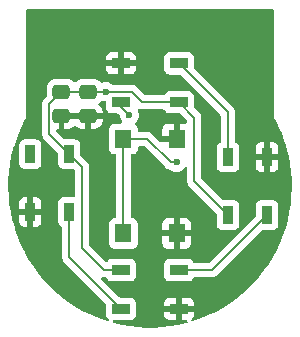
<source format=gtl>
G04 #@! TF.GenerationSoftware,KiCad,Pcbnew,8.0.2-1*
G04 #@! TF.CreationDate,2024-11-27T21:54:45+07:00*
G04 #@! TF.ProjectId,v1,76312e6b-6963-4616-945f-706362585858,rev?*
G04 #@! TF.SameCoordinates,Original*
G04 #@! TF.FileFunction,Copper,L1,Top*
G04 #@! TF.FilePolarity,Positive*
%FSLAX46Y46*%
G04 Gerber Fmt 4.6, Leading zero omitted, Abs format (unit mm)*
G04 Created by KiCad (PCBNEW 8.0.2-1) date 2024-11-27 21:54:45*
%MOMM*%
%LPD*%
G01*
G04 APERTURE LIST*
G04 Aperture macros list*
%AMRoundRect*
0 Rectangle with rounded corners*
0 $1 Rounding radius*
0 $2 $3 $4 $5 $6 $7 $8 $9 X,Y pos of 4 corners*
0 Add a 4 corners polygon primitive as box body*
4,1,4,$2,$3,$4,$5,$6,$7,$8,$9,$2,$3,0*
0 Add four circle primitives for the rounded corners*
1,1,$1+$1,$2,$3*
1,1,$1+$1,$4,$5*
1,1,$1+$1,$6,$7*
1,1,$1+$1,$8,$9*
0 Add four rect primitives between the rounded corners*
20,1,$1+$1,$2,$3,$4,$5,0*
20,1,$1+$1,$4,$5,$6,$7,0*
20,1,$1+$1,$6,$7,$8,$9,0*
20,1,$1+$1,$8,$9,$2,$3,0*%
G04 Aperture macros list end*
G04 #@! TA.AperFunction,SMDPad,CuDef*
%ADD10R,1.400000X1.600000*%
G04 #@! TD*
G04 #@! TA.AperFunction,SMDPad,CuDef*
%ADD11R,0.900000X1.500000*%
G04 #@! TD*
G04 #@! TA.AperFunction,SMDPad,CuDef*
%ADD12R,1.500000X0.900000*%
G04 #@! TD*
G04 #@! TA.AperFunction,SMDPad,CuDef*
%ADD13RoundRect,0.250000X-0.475000X0.337500X-0.475000X-0.337500X0.475000X-0.337500X0.475000X0.337500X0*%
G04 #@! TD*
G04 #@! TA.AperFunction,ViaPad*
%ADD14C,0.600000*%
G04 #@! TD*
G04 #@! TA.AperFunction,Conductor*
%ADD15C,0.200000*%
G04 #@! TD*
G04 APERTURE END LIST*
D10*
X145500000Y-93250000D03*
X145500000Y-101250000D03*
X141000000Y-93250000D03*
X141000000Y-101250000D03*
D11*
X136400000Y-94550000D03*
X133100000Y-94550000D03*
X133100000Y-99450000D03*
X136400000Y-99450000D03*
D12*
X140800000Y-104350000D03*
X140800000Y-107650000D03*
X145700000Y-107650000D03*
X145700000Y-104350000D03*
D11*
X149850000Y-94800000D03*
X153150000Y-94800000D03*
X153150000Y-99700000D03*
X149850000Y-99700000D03*
D12*
X145700000Y-90150000D03*
X145700000Y-86850000D03*
X140800000Y-86850000D03*
X140800000Y-90150000D03*
D13*
X135750000Y-91325000D03*
X135750000Y-89250000D03*
X138000000Y-91325000D03*
X138000000Y-89250000D03*
D14*
X144250000Y-91500000D03*
X154250000Y-97500000D03*
X131750000Y-97250000D03*
X148250000Y-106750000D03*
X147750000Y-101250000D03*
X139000000Y-98500000D03*
X140750000Y-85000000D03*
X135000000Y-86000000D03*
X139500000Y-89250000D03*
X145500000Y-95250000D03*
X141500000Y-91250000D03*
D15*
X138000000Y-89250000D02*
X139500000Y-89250000D01*
X139500000Y-89250000D02*
X141700000Y-89250000D01*
X145000000Y-95250000D02*
X145500000Y-95250000D01*
X141000000Y-93250000D02*
X143000000Y-93250000D01*
X143000000Y-93250000D02*
X145000000Y-95250000D01*
X141000000Y-101250000D02*
X141000000Y-93250000D01*
X140800000Y-90550000D02*
X141500000Y-91250000D01*
X140800000Y-90150000D02*
X140800000Y-90550000D01*
X137500000Y-95650000D02*
X137500000Y-102500000D01*
X136400000Y-94550000D02*
X137500000Y-95650000D01*
X137500000Y-102500000D02*
X139350000Y-104350000D01*
X139350000Y-104350000D02*
X140800000Y-104350000D01*
X149850000Y-94800000D02*
X149850000Y-91000000D01*
X149850000Y-91000000D02*
X145700000Y-86850000D01*
X153150000Y-99700000D02*
X148500000Y-104350000D01*
X148500000Y-104350000D02*
X145700000Y-104350000D01*
X136400000Y-99450000D02*
X136400000Y-103250000D01*
X136400000Y-103250000D02*
X140800000Y-107650000D01*
X135750000Y-89250000D02*
X134725000Y-90275000D01*
X134725000Y-92875000D02*
X136400000Y-94550000D01*
X134725000Y-90275000D02*
X134725000Y-92875000D01*
X145700000Y-90150000D02*
X147000000Y-91450000D01*
X147000000Y-91450000D02*
X147000000Y-96850000D01*
X147000000Y-96850000D02*
X149850000Y-99700000D01*
X141700000Y-89250000D02*
X142600000Y-90150000D01*
X142600000Y-90150000D02*
X145700000Y-90150000D01*
X135750000Y-89250000D02*
X138000000Y-89250000D01*
X138000000Y-89250000D02*
X138000000Y-89037500D01*
G04 #@! TA.AperFunction,Conductor*
G36*
X153692539Y-82270185D02*
G01*
X153738294Y-82322989D01*
X153749500Y-82374500D01*
X153749500Y-91303878D01*
X153749449Y-91307432D01*
X153747817Y-91364349D01*
X153748555Y-91371549D01*
X153749500Y-91378725D01*
X153764237Y-91433725D01*
X153765107Y-91437168D01*
X153778263Y-91492571D01*
X153780852Y-91499368D01*
X153783606Y-91506017D01*
X153809421Y-91550728D01*
X153812777Y-91556942D01*
X153910077Y-91750097D01*
X154082716Y-92092812D01*
X154113467Y-92153856D01*
X154116442Y-92160203D01*
X154275229Y-92525500D01*
X154384333Y-92776499D01*
X154386947Y-92783011D01*
X154619550Y-93413477D01*
X154621792Y-93420126D01*
X154723348Y-93752128D01*
X154799819Y-94002127D01*
X154818365Y-94062755D01*
X154820224Y-94069515D01*
X154841776Y-94157483D01*
X154980124Y-94722199D01*
X154981601Y-94729059D01*
X155104333Y-95389788D01*
X155105418Y-95396720D01*
X155190575Y-96063295D01*
X155191267Y-96070278D01*
X155238583Y-96740613D01*
X155238879Y-96747624D01*
X155248202Y-97419564D01*
X155248101Y-97426580D01*
X155219399Y-98097979D01*
X155218901Y-98104978D01*
X155152270Y-98773669D01*
X155151377Y-98780629D01*
X155047027Y-99444479D01*
X155045742Y-99451377D01*
X154904006Y-100108278D01*
X154902332Y-100115093D01*
X154723669Y-100762906D01*
X154721613Y-100769614D01*
X154506594Y-101406283D01*
X154504162Y-101412865D01*
X154253468Y-102036367D01*
X154250667Y-102042801D01*
X153965111Y-102651111D01*
X153961950Y-102657376D01*
X153642432Y-103248577D01*
X153638923Y-103254653D01*
X153286486Y-103826819D01*
X153282638Y-103832687D01*
X152898404Y-104383995D01*
X152894231Y-104389636D01*
X152479417Y-104918341D01*
X152474931Y-104923737D01*
X152030874Y-105428132D01*
X152026090Y-105433265D01*
X151554231Y-105911717D01*
X151549165Y-105916571D01*
X151050973Y-106367588D01*
X151045640Y-106372149D01*
X150522741Y-106794258D01*
X150517158Y-106798509D01*
X149971236Y-107190352D01*
X149965422Y-107194281D01*
X149398186Y-107554631D01*
X149392159Y-107558224D01*
X148805472Y-107885898D01*
X148799252Y-107889145D01*
X148194955Y-108183116D01*
X148188561Y-108186006D01*
X147568589Y-108445329D01*
X147562041Y-108447852D01*
X146928422Y-108671682D01*
X146921746Y-108673830D01*
X146916238Y-108675432D01*
X146846368Y-108675242D01*
X146787693Y-108637308D01*
X146758841Y-108573674D01*
X146768972Y-108504543D01*
X146801612Y-108464154D01*
X146800918Y-108463460D01*
X146807190Y-108457187D01*
X146893350Y-108342093D01*
X146893354Y-108342086D01*
X146943596Y-108207379D01*
X146943598Y-108207372D01*
X146949999Y-108147844D01*
X146950000Y-108147827D01*
X146950000Y-107900000D01*
X145950000Y-107900000D01*
X145950000Y-108600000D01*
X146305114Y-108600000D01*
X146372153Y-108619685D01*
X146417908Y-108672489D01*
X146427852Y-108741647D01*
X146398827Y-108805203D01*
X146340049Y-108842977D01*
X146339981Y-108842996D01*
X146301520Y-108854180D01*
X146276461Y-108861467D01*
X146269672Y-108863234D01*
X145614813Y-109014067D01*
X145607933Y-109015448D01*
X144945583Y-109128999D01*
X144938637Y-109129988D01*
X144270938Y-109205890D01*
X144263946Y-109206485D01*
X143593025Y-109244497D01*
X143586011Y-109244696D01*
X142913989Y-109244696D01*
X142906975Y-109244497D01*
X142236053Y-109206485D01*
X142229061Y-109205890D01*
X141561362Y-109129988D01*
X141554416Y-109128999D01*
X140892066Y-109015448D01*
X140885186Y-109014067D01*
X140230327Y-108863234D01*
X140223536Y-108861466D01*
X140161982Y-108843567D01*
X140103105Y-108805947D01*
X140073914Y-108742467D01*
X140083676Y-108673283D01*
X140129293Y-108620359D01*
X140196277Y-108600499D01*
X141597872Y-108600499D01*
X141657483Y-108594091D01*
X141792331Y-108543796D01*
X141907546Y-108457546D01*
X141993796Y-108342331D01*
X142044091Y-108207483D01*
X142050500Y-108147873D01*
X142050500Y-108147844D01*
X144450000Y-108147844D01*
X144456401Y-108207372D01*
X144456403Y-108207379D01*
X144506645Y-108342086D01*
X144506649Y-108342093D01*
X144592809Y-108457187D01*
X144592812Y-108457190D01*
X144707906Y-108543350D01*
X144707913Y-108543354D01*
X144842620Y-108593596D01*
X144842627Y-108593598D01*
X144902155Y-108599999D01*
X144902172Y-108600000D01*
X145450000Y-108600000D01*
X145450000Y-107900000D01*
X144450000Y-107900000D01*
X144450000Y-108147844D01*
X142050500Y-108147844D01*
X142050499Y-107152155D01*
X144450000Y-107152155D01*
X144450000Y-107400000D01*
X145450000Y-107400000D01*
X145950000Y-107400000D01*
X146950000Y-107400000D01*
X146950000Y-107152172D01*
X146949999Y-107152155D01*
X146943598Y-107092627D01*
X146943596Y-107092620D01*
X146893354Y-106957913D01*
X146893350Y-106957906D01*
X146807190Y-106842812D01*
X146807187Y-106842809D01*
X146692093Y-106756649D01*
X146692086Y-106756645D01*
X146557379Y-106706403D01*
X146557372Y-106706401D01*
X146497844Y-106700000D01*
X145950000Y-106700000D01*
X145950000Y-107400000D01*
X145450000Y-107400000D01*
X145450000Y-106700000D01*
X144902155Y-106700000D01*
X144842627Y-106706401D01*
X144842620Y-106706403D01*
X144707913Y-106756645D01*
X144707906Y-106756649D01*
X144592812Y-106842809D01*
X144592809Y-106842812D01*
X144506649Y-106957906D01*
X144506645Y-106957913D01*
X144456403Y-107092620D01*
X144456401Y-107092627D01*
X144450000Y-107152155D01*
X142050499Y-107152155D01*
X142050499Y-107152128D01*
X142044091Y-107092517D01*
X141993884Y-106957906D01*
X141993797Y-106957671D01*
X141993793Y-106957664D01*
X141907547Y-106842455D01*
X141907544Y-106842452D01*
X141792335Y-106756206D01*
X141792328Y-106756202D01*
X141657482Y-106705908D01*
X141657483Y-106705908D01*
X141597883Y-106699501D01*
X141597881Y-106699500D01*
X141597873Y-106699500D01*
X141597865Y-106699500D01*
X140750098Y-106699500D01*
X140683059Y-106679815D01*
X140662417Y-106663181D01*
X139159336Y-105160100D01*
X139125851Y-105098777D01*
X139130835Y-105029085D01*
X139172707Y-104973152D01*
X139238171Y-104948735D01*
X139263210Y-104949481D01*
X139270940Y-104950499D01*
X139270943Y-104950500D01*
X139485859Y-104950500D01*
X139552898Y-104970185D01*
X139598653Y-105022989D01*
X139602030Y-105031140D01*
X139606204Y-105042331D01*
X139606205Y-105042332D01*
X139606206Y-105042335D01*
X139692452Y-105157544D01*
X139692455Y-105157547D01*
X139807664Y-105243793D01*
X139807671Y-105243797D01*
X139942517Y-105294091D01*
X139942516Y-105294091D01*
X139949444Y-105294835D01*
X140002127Y-105300500D01*
X141597872Y-105300499D01*
X141657483Y-105294091D01*
X141792331Y-105243796D01*
X141907546Y-105157546D01*
X141993796Y-105042331D01*
X142044091Y-104907483D01*
X142050500Y-104847873D01*
X142050499Y-103852135D01*
X144449500Y-103852135D01*
X144449500Y-104847870D01*
X144449501Y-104847876D01*
X144455908Y-104907483D01*
X144506202Y-105042328D01*
X144506206Y-105042335D01*
X144592452Y-105157544D01*
X144592455Y-105157547D01*
X144707664Y-105243793D01*
X144707671Y-105243797D01*
X144842517Y-105294091D01*
X144842516Y-105294091D01*
X144849444Y-105294835D01*
X144902127Y-105300500D01*
X146497872Y-105300499D01*
X146557483Y-105294091D01*
X146692331Y-105243796D01*
X146807546Y-105157546D01*
X146893796Y-105042331D01*
X146897960Y-105031165D01*
X146939829Y-104975234D01*
X147005293Y-104950816D01*
X147014141Y-104950500D01*
X148413331Y-104950500D01*
X148413347Y-104950501D01*
X148420943Y-104950501D01*
X148579054Y-104950501D01*
X148579057Y-104950501D01*
X148731785Y-104909577D01*
X148781904Y-104880639D01*
X148868716Y-104830520D01*
X148980520Y-104718716D01*
X148980520Y-104718714D01*
X148990728Y-104708507D01*
X148990730Y-104708504D01*
X152712416Y-100986818D01*
X152773739Y-100953333D01*
X152800097Y-100950499D01*
X153647871Y-100950499D01*
X153647872Y-100950499D01*
X153707483Y-100944091D01*
X153842331Y-100893796D01*
X153957546Y-100807546D01*
X154043796Y-100692331D01*
X154094091Y-100557483D01*
X154100500Y-100497873D01*
X154100499Y-98902128D01*
X154094091Y-98842517D01*
X154071008Y-98780629D01*
X154043797Y-98707671D01*
X154043793Y-98707664D01*
X153957547Y-98592455D01*
X153957544Y-98592452D01*
X153842335Y-98506206D01*
X153842328Y-98506202D01*
X153707482Y-98455908D01*
X153707483Y-98455908D01*
X153647883Y-98449501D01*
X153647881Y-98449500D01*
X153647873Y-98449500D01*
X153647864Y-98449500D01*
X152652129Y-98449500D01*
X152652123Y-98449501D01*
X152592516Y-98455908D01*
X152457671Y-98506202D01*
X152457664Y-98506206D01*
X152342455Y-98592452D01*
X152342452Y-98592455D01*
X152256206Y-98707664D01*
X152256202Y-98707671D01*
X152205908Y-98842517D01*
X152199501Y-98902116D01*
X152199501Y-98902123D01*
X152199500Y-98902135D01*
X152199500Y-99749902D01*
X152179815Y-99816941D01*
X152163181Y-99837583D01*
X148287584Y-103713181D01*
X148226261Y-103746666D01*
X148199903Y-103749500D01*
X147014141Y-103749500D01*
X146947102Y-103729815D01*
X146901347Y-103677011D01*
X146897969Y-103668859D01*
X146893796Y-103657669D01*
X146893793Y-103657665D01*
X146893793Y-103657664D01*
X146807547Y-103542455D01*
X146807544Y-103542452D01*
X146692335Y-103456206D01*
X146692328Y-103456202D01*
X146557482Y-103405908D01*
X146557483Y-103405908D01*
X146497883Y-103399501D01*
X146497881Y-103399500D01*
X146497873Y-103399500D01*
X146497864Y-103399500D01*
X144902129Y-103399500D01*
X144902123Y-103399501D01*
X144842516Y-103405908D01*
X144707671Y-103456202D01*
X144707664Y-103456206D01*
X144592455Y-103542452D01*
X144592452Y-103542455D01*
X144506206Y-103657664D01*
X144506202Y-103657671D01*
X144455908Y-103792517D01*
X144451900Y-103829804D01*
X144449501Y-103852123D01*
X144449500Y-103852135D01*
X142050499Y-103852135D01*
X142050499Y-103852128D01*
X142044091Y-103792517D01*
X141993796Y-103657669D01*
X141993795Y-103657668D01*
X141993793Y-103657664D01*
X141907547Y-103542455D01*
X141907544Y-103542452D01*
X141792335Y-103456206D01*
X141792328Y-103456202D01*
X141657482Y-103405908D01*
X141657483Y-103405908D01*
X141597883Y-103399501D01*
X141597881Y-103399500D01*
X141597873Y-103399500D01*
X141597864Y-103399500D01*
X140002129Y-103399500D01*
X140002123Y-103399501D01*
X139942516Y-103405908D01*
X139807671Y-103456202D01*
X139807664Y-103456206D01*
X139692455Y-103542452D01*
X139649450Y-103599899D01*
X139593516Y-103641770D01*
X139523824Y-103646753D01*
X139462503Y-103613268D01*
X138136819Y-102287584D01*
X138103334Y-102226261D01*
X138100500Y-102199903D01*
X138100500Y-95739059D01*
X138100501Y-95739046D01*
X138100501Y-95570945D01*
X138100501Y-95570943D01*
X138059577Y-95418215D01*
X138018964Y-95347872D01*
X138018964Y-95347871D01*
X137980522Y-95281287D01*
X137980521Y-95281286D01*
X137980520Y-95281284D01*
X137868716Y-95169480D01*
X137868715Y-95169479D01*
X137864385Y-95165149D01*
X137864374Y-95165139D01*
X137386818Y-94687583D01*
X137353333Y-94626260D01*
X137350499Y-94599902D01*
X137350499Y-93752129D01*
X137350498Y-93752123D01*
X137350497Y-93752116D01*
X137344091Y-93692517D01*
X137312064Y-93606649D01*
X137293797Y-93557671D01*
X137293793Y-93557664D01*
X137207547Y-93442455D01*
X137207544Y-93442452D01*
X137092335Y-93356206D01*
X137092328Y-93356202D01*
X136957482Y-93305908D01*
X136957483Y-93305908D01*
X136897883Y-93299501D01*
X136897881Y-93299500D01*
X136897873Y-93299500D01*
X136897865Y-93299500D01*
X136050098Y-93299500D01*
X135983059Y-93279815D01*
X135962417Y-93263181D01*
X135361819Y-92662583D01*
X135328334Y-92601260D01*
X135325500Y-92574902D01*
X135325500Y-92536499D01*
X135345185Y-92469460D01*
X135397989Y-92423705D01*
X135449500Y-92412499D01*
X135500000Y-92412499D01*
X136000000Y-92412499D01*
X136274972Y-92412499D01*
X136274986Y-92412498D01*
X136377697Y-92402005D01*
X136544119Y-92346858D01*
X136544124Y-92346856D01*
X136693345Y-92254815D01*
X136787319Y-92160842D01*
X136848642Y-92127357D01*
X136918334Y-92132341D01*
X136962681Y-92160842D01*
X137056654Y-92254815D01*
X137205875Y-92346856D01*
X137205880Y-92346858D01*
X137372302Y-92402005D01*
X137372309Y-92402006D01*
X137475019Y-92412499D01*
X137749999Y-92412499D01*
X138250000Y-92412499D01*
X138524972Y-92412499D01*
X138524986Y-92412498D01*
X138627697Y-92402005D01*
X138794119Y-92346858D01*
X138794124Y-92346856D01*
X138943345Y-92254815D01*
X139067315Y-92130845D01*
X139159356Y-91981624D01*
X139159358Y-91981619D01*
X139214505Y-91815197D01*
X139214506Y-91815190D01*
X139224999Y-91712486D01*
X139225000Y-91712473D01*
X139225000Y-91575000D01*
X138250000Y-91575000D01*
X138250000Y-92412499D01*
X137749999Y-92412499D01*
X137750000Y-92412498D01*
X137750000Y-91575000D01*
X136000000Y-91575000D01*
X136000000Y-92412499D01*
X135500000Y-92412499D01*
X135500000Y-91199000D01*
X135519685Y-91131961D01*
X135572489Y-91086206D01*
X135624000Y-91075000D01*
X139224999Y-91075000D01*
X139224999Y-90937528D01*
X139224998Y-90937513D01*
X139214505Y-90834802D01*
X139159358Y-90668380D01*
X139159356Y-90668375D01*
X139067315Y-90519154D01*
X138943344Y-90395183D01*
X138943341Y-90395181D01*
X138940339Y-90393329D01*
X138938713Y-90391521D01*
X138937677Y-90390702D01*
X138937817Y-90390524D01*
X138893617Y-90341380D01*
X138882397Y-90272417D01*
X138910243Y-90208336D01*
X138940344Y-90182254D01*
X138943656Y-90180212D01*
X139067712Y-90056156D01*
X139070816Y-90051122D01*
X139122761Y-90004397D01*
X139191723Y-89993172D01*
X139217307Y-89999173D01*
X139262340Y-90014931D01*
X139320740Y-90035367D01*
X139320749Y-90035369D01*
X139411607Y-90045605D01*
X139439383Y-90048735D01*
X139503797Y-90075801D01*
X139543352Y-90133395D01*
X139549500Y-90171955D01*
X139549500Y-90647870D01*
X139549501Y-90647876D01*
X139555908Y-90707483D01*
X139606202Y-90842328D01*
X139606206Y-90842335D01*
X139692452Y-90957544D01*
X139692455Y-90957547D01*
X139807664Y-91043793D01*
X139807671Y-91043797D01*
X139852618Y-91060561D01*
X139942517Y-91094091D01*
X140002127Y-91100500D01*
X140449902Y-91100499D01*
X140516941Y-91120183D01*
X140537583Y-91136818D01*
X140669298Y-91268533D01*
X140702783Y-91329856D01*
X140704837Y-91342330D01*
X140714630Y-91429249D01*
X140774210Y-91599521D01*
X140873889Y-91758158D01*
X140871598Y-91759597D01*
X140893346Y-91812904D01*
X140880573Y-91881596D01*
X140832690Y-91932478D01*
X140769987Y-91949500D01*
X140252129Y-91949500D01*
X140252123Y-91949501D01*
X140192516Y-91955908D01*
X140057671Y-92006202D01*
X140057664Y-92006206D01*
X139942455Y-92092452D01*
X139942452Y-92092455D01*
X139856206Y-92207664D01*
X139856202Y-92207671D01*
X139805908Y-92342517D01*
X139799513Y-92402005D01*
X139799501Y-92402123D01*
X139799500Y-92402135D01*
X139799500Y-94097870D01*
X139799501Y-94097876D01*
X139805908Y-94157483D01*
X139856202Y-94292328D01*
X139856206Y-94292335D01*
X139942452Y-94407544D01*
X139942455Y-94407547D01*
X140057664Y-94493793D01*
X140057671Y-94493797D01*
X140102618Y-94510561D01*
X140192517Y-94544091D01*
X140252127Y-94550500D01*
X140275497Y-94550499D01*
X140342536Y-94570181D01*
X140388292Y-94622983D01*
X140399500Y-94674499D01*
X140399500Y-99825500D01*
X140379815Y-99892539D01*
X140327011Y-99938294D01*
X140275505Y-99949500D01*
X140252132Y-99949500D01*
X140252123Y-99949501D01*
X140192516Y-99955908D01*
X140057671Y-100006202D01*
X140057664Y-100006206D01*
X139942455Y-100092452D01*
X139942452Y-100092455D01*
X139856206Y-100207664D01*
X139856202Y-100207671D01*
X139805908Y-100342517D01*
X139799501Y-100402116D01*
X139799501Y-100402123D01*
X139799500Y-100402135D01*
X139799500Y-102097870D01*
X139799501Y-102097876D01*
X139805908Y-102157483D01*
X139856202Y-102292328D01*
X139856206Y-102292335D01*
X139942452Y-102407544D01*
X139942455Y-102407547D01*
X140057664Y-102493793D01*
X140057671Y-102493797D01*
X140192517Y-102544091D01*
X140192516Y-102544091D01*
X140199444Y-102544835D01*
X140252127Y-102550500D01*
X141747872Y-102550499D01*
X141807483Y-102544091D01*
X141942331Y-102493796D01*
X142057546Y-102407546D01*
X142143796Y-102292331D01*
X142194091Y-102157483D01*
X142200500Y-102097873D01*
X142200500Y-102097844D01*
X144300000Y-102097844D01*
X144306401Y-102157372D01*
X144306403Y-102157379D01*
X144356645Y-102292086D01*
X144356649Y-102292093D01*
X144442809Y-102407187D01*
X144442812Y-102407190D01*
X144557906Y-102493350D01*
X144557913Y-102493354D01*
X144692620Y-102543596D01*
X144692627Y-102543598D01*
X144752155Y-102549999D01*
X144752172Y-102550000D01*
X145250000Y-102550000D01*
X145750000Y-102550000D01*
X146247828Y-102550000D01*
X146247844Y-102549999D01*
X146307372Y-102543598D01*
X146307379Y-102543596D01*
X146442086Y-102493354D01*
X146442093Y-102493350D01*
X146557187Y-102407190D01*
X146557190Y-102407187D01*
X146643350Y-102292093D01*
X146643354Y-102292086D01*
X146693596Y-102157379D01*
X146693598Y-102157372D01*
X146699999Y-102097844D01*
X146700000Y-102097827D01*
X146700000Y-101500000D01*
X145750000Y-101500000D01*
X145750000Y-102550000D01*
X145250000Y-102550000D01*
X145250000Y-101500000D01*
X144300000Y-101500000D01*
X144300000Y-102097844D01*
X142200500Y-102097844D01*
X142200499Y-100402155D01*
X144300000Y-100402155D01*
X144300000Y-101000000D01*
X145250000Y-101000000D01*
X145750000Y-101000000D01*
X146700000Y-101000000D01*
X146700000Y-100402172D01*
X146699999Y-100402155D01*
X146693598Y-100342627D01*
X146693596Y-100342620D01*
X146643354Y-100207913D01*
X146643350Y-100207906D01*
X146557190Y-100092812D01*
X146557187Y-100092809D01*
X146442093Y-100006649D01*
X146442086Y-100006645D01*
X146307379Y-99956403D01*
X146307372Y-99956401D01*
X146247844Y-99950000D01*
X145750000Y-99950000D01*
X145750000Y-101000000D01*
X145250000Y-101000000D01*
X145250000Y-99950000D01*
X144752155Y-99950000D01*
X144692627Y-99956401D01*
X144692620Y-99956403D01*
X144557913Y-100006645D01*
X144557906Y-100006649D01*
X144442812Y-100092809D01*
X144442809Y-100092812D01*
X144356649Y-100207906D01*
X144356645Y-100207913D01*
X144306403Y-100342620D01*
X144306401Y-100342627D01*
X144300000Y-100402155D01*
X142200499Y-100402155D01*
X142200499Y-100402128D01*
X142194091Y-100342517D01*
X142181024Y-100307483D01*
X142143797Y-100207671D01*
X142143793Y-100207664D01*
X142057547Y-100092455D01*
X142057544Y-100092452D01*
X141942335Y-100006206D01*
X141942328Y-100006202D01*
X141807482Y-99955908D01*
X141807483Y-99955908D01*
X141747883Y-99949501D01*
X141747881Y-99949500D01*
X141747873Y-99949500D01*
X141747865Y-99949500D01*
X141724500Y-99949500D01*
X141657461Y-99929815D01*
X141611706Y-99877011D01*
X141600500Y-99825500D01*
X141600500Y-94674499D01*
X141620185Y-94607460D01*
X141672989Y-94561705D01*
X141724500Y-94550499D01*
X141747871Y-94550499D01*
X141747872Y-94550499D01*
X141807483Y-94544091D01*
X141942331Y-94493796D01*
X142057546Y-94407546D01*
X142143796Y-94292331D01*
X142194091Y-94157483D01*
X142200500Y-94097873D01*
X142200500Y-93974500D01*
X142220185Y-93907461D01*
X142272989Y-93861706D01*
X142324500Y-93850500D01*
X142699903Y-93850500D01*
X142766942Y-93870185D01*
X142787584Y-93886819D01*
X144515139Y-95614374D01*
X144515149Y-95614385D01*
X144519479Y-95618715D01*
X144519480Y-95618716D01*
X144631284Y-95730520D01*
X144718095Y-95780639D01*
X144718097Y-95780641D01*
X144752490Y-95800498D01*
X144768215Y-95809577D01*
X144920943Y-95850500D01*
X144920951Y-95850500D01*
X144929003Y-95851561D01*
X144928712Y-95853766D01*
X144984627Y-95870185D01*
X144994903Y-95877555D01*
X144997736Y-95879814D01*
X144997738Y-95879816D01*
X145150478Y-95975789D01*
X145320745Y-96035368D01*
X145320750Y-96035369D01*
X145499996Y-96055565D01*
X145500000Y-96055565D01*
X145500004Y-96055565D01*
X145679249Y-96035369D01*
X145679252Y-96035368D01*
X145679255Y-96035368D01*
X145849522Y-95975789D01*
X146002262Y-95879816D01*
X146129816Y-95752262D01*
X146170506Y-95687503D01*
X146222841Y-95641213D01*
X146291894Y-95630565D01*
X146355743Y-95658940D01*
X146394115Y-95717330D01*
X146399500Y-95753476D01*
X146399500Y-96763330D01*
X146399499Y-96763348D01*
X146399499Y-96929054D01*
X146399498Y-96929054D01*
X146440423Y-97081785D01*
X146469358Y-97131900D01*
X146469359Y-97131904D01*
X146469360Y-97131904D01*
X146519479Y-97218714D01*
X146519481Y-97218717D01*
X146638349Y-97337585D01*
X146638355Y-97337590D01*
X148863181Y-99562417D01*
X148896666Y-99623740D01*
X148899500Y-99650098D01*
X148899500Y-100497870D01*
X148899501Y-100497876D01*
X148905908Y-100557483D01*
X148956202Y-100692328D01*
X148956206Y-100692335D01*
X149042452Y-100807544D01*
X149042455Y-100807547D01*
X149157664Y-100893793D01*
X149157671Y-100893797D01*
X149292517Y-100944091D01*
X149292516Y-100944091D01*
X149299444Y-100944835D01*
X149352127Y-100950500D01*
X150347872Y-100950499D01*
X150407483Y-100944091D01*
X150542331Y-100893796D01*
X150657546Y-100807546D01*
X150743796Y-100692331D01*
X150794091Y-100557483D01*
X150800500Y-100497873D01*
X150800499Y-98902128D01*
X150794091Y-98842517D01*
X150771008Y-98780629D01*
X150743797Y-98707671D01*
X150743793Y-98707664D01*
X150657547Y-98592455D01*
X150657544Y-98592452D01*
X150542335Y-98506206D01*
X150542328Y-98506202D01*
X150407482Y-98455908D01*
X150407483Y-98455908D01*
X150347883Y-98449501D01*
X150347881Y-98449500D01*
X150347873Y-98449500D01*
X150347865Y-98449500D01*
X149500098Y-98449500D01*
X149433059Y-98429815D01*
X149412417Y-98413181D01*
X147636819Y-96637583D01*
X147603334Y-96576260D01*
X147600500Y-96549902D01*
X147600500Y-91539060D01*
X147600501Y-91539047D01*
X147600501Y-91370944D01*
X147592834Y-91342330D01*
X147559577Y-91218216D01*
X147541196Y-91186379D01*
X147480524Y-91081290D01*
X147480518Y-91081282D01*
X146986818Y-90587582D01*
X146953333Y-90526259D01*
X146950499Y-90499901D01*
X146950499Y-89652129D01*
X146950498Y-89652123D01*
X146947718Y-89626264D01*
X146944091Y-89592517D01*
X146893796Y-89457669D01*
X146893795Y-89457668D01*
X146893793Y-89457664D01*
X146807547Y-89342455D01*
X146807544Y-89342452D01*
X146692335Y-89256206D01*
X146692328Y-89256202D01*
X146557482Y-89205908D01*
X146557483Y-89205908D01*
X146497883Y-89199501D01*
X146497881Y-89199500D01*
X146497873Y-89199500D01*
X146497864Y-89199500D01*
X144902129Y-89199500D01*
X144902123Y-89199501D01*
X144842516Y-89205908D01*
X144707671Y-89256202D01*
X144707664Y-89256206D01*
X144592455Y-89342452D01*
X144592452Y-89342455D01*
X144506206Y-89457664D01*
X144506204Y-89457668D01*
X144506204Y-89457669D01*
X144502039Y-89468834D01*
X144460171Y-89524766D01*
X144394707Y-89549184D01*
X144385859Y-89549500D01*
X142900097Y-89549500D01*
X142833058Y-89529815D01*
X142812416Y-89513181D01*
X142187590Y-88888355D01*
X142187588Y-88888352D01*
X142068717Y-88769481D01*
X142068709Y-88769475D01*
X141966936Y-88710717D01*
X141966934Y-88710716D01*
X141931790Y-88690425D01*
X141931789Y-88690424D01*
X141919263Y-88687067D01*
X141779057Y-88649499D01*
X141620943Y-88649499D01*
X141613347Y-88649499D01*
X141613331Y-88649500D01*
X140082412Y-88649500D01*
X140015373Y-88629815D01*
X140005097Y-88622445D01*
X140002263Y-88620185D01*
X140002262Y-88620184D01*
X139945496Y-88584515D01*
X139849523Y-88524211D01*
X139679254Y-88464631D01*
X139679249Y-88464630D01*
X139500004Y-88444435D01*
X139499996Y-88444435D01*
X139320750Y-88464630D01*
X139320742Y-88464632D01*
X139217310Y-88500825D01*
X139147532Y-88504386D01*
X139086904Y-88469657D01*
X139070819Y-88448882D01*
X139067712Y-88443844D01*
X138943656Y-88319788D01*
X138794334Y-88227686D01*
X138627797Y-88172501D01*
X138627795Y-88172500D01*
X138525010Y-88162000D01*
X137474998Y-88162000D01*
X137474980Y-88162001D01*
X137372203Y-88172500D01*
X137372200Y-88172501D01*
X137205668Y-88227685D01*
X137205663Y-88227687D01*
X137056342Y-88319789D01*
X136962681Y-88413451D01*
X136901358Y-88446936D01*
X136831666Y-88441952D01*
X136787319Y-88413451D01*
X136693657Y-88319789D01*
X136693656Y-88319788D01*
X136544334Y-88227686D01*
X136377797Y-88172501D01*
X136377795Y-88172500D01*
X136275010Y-88162000D01*
X135224998Y-88162000D01*
X135224980Y-88162001D01*
X135122203Y-88172500D01*
X135122200Y-88172501D01*
X134955668Y-88227685D01*
X134955663Y-88227687D01*
X134806342Y-88319789D01*
X134682289Y-88443842D01*
X134590187Y-88593163D01*
X134590186Y-88593166D01*
X134535001Y-88759703D01*
X134535001Y-88759704D01*
X134535000Y-88759704D01*
X134524500Y-88862483D01*
X134524500Y-89574902D01*
X134504815Y-89641941D01*
X134488181Y-89662583D01*
X134244481Y-89906282D01*
X134244475Y-89906290D01*
X134204352Y-89975787D01*
X134204352Y-89975789D01*
X134165423Y-90043214D01*
X134165423Y-90043215D01*
X134124499Y-90195943D01*
X134124499Y-90195945D01*
X134124499Y-90364046D01*
X134124500Y-90364059D01*
X134124500Y-92788330D01*
X134124499Y-92788348D01*
X134124499Y-92954054D01*
X134124498Y-92954054D01*
X134165423Y-93106785D01*
X134194358Y-93156900D01*
X134194359Y-93156904D01*
X134194360Y-93156904D01*
X134244479Y-93243714D01*
X134244481Y-93243717D01*
X134363349Y-93362585D01*
X134363355Y-93362590D01*
X135413181Y-94412417D01*
X135446666Y-94473740D01*
X135449500Y-94500098D01*
X135449500Y-95347870D01*
X135449501Y-95347871D01*
X135455908Y-95407483D01*
X135506202Y-95542328D01*
X135506206Y-95542335D01*
X135592452Y-95657544D01*
X135592455Y-95657547D01*
X135707664Y-95743793D01*
X135707671Y-95743797D01*
X135842517Y-95794091D01*
X135842516Y-95794091D01*
X135849444Y-95794835D01*
X135902127Y-95800500D01*
X136749902Y-95800499D01*
X136816941Y-95820183D01*
X136837583Y-95836818D01*
X136863181Y-95862416D01*
X136896666Y-95923739D01*
X136899500Y-95950097D01*
X136899500Y-98075500D01*
X136879815Y-98142539D01*
X136827011Y-98188294D01*
X136775500Y-98199500D01*
X135902129Y-98199500D01*
X135902123Y-98199501D01*
X135842516Y-98205908D01*
X135707671Y-98256202D01*
X135707664Y-98256206D01*
X135592455Y-98342452D01*
X135592452Y-98342455D01*
X135506206Y-98457664D01*
X135506202Y-98457671D01*
X135455908Y-98592517D01*
X135449501Y-98652116D01*
X135449500Y-98652135D01*
X135449500Y-100247870D01*
X135449501Y-100247876D01*
X135455908Y-100307483D01*
X135506202Y-100442328D01*
X135506206Y-100442335D01*
X135592452Y-100557544D01*
X135592455Y-100557547D01*
X135707665Y-100643794D01*
X135707667Y-100643794D01*
X135707669Y-100643796D01*
X135718830Y-100647958D01*
X135774764Y-100689826D01*
X135799184Y-100755289D01*
X135799500Y-100764141D01*
X135799500Y-103163330D01*
X135799499Y-103163348D01*
X135799499Y-103329054D01*
X135799498Y-103329054D01*
X135840423Y-103481785D01*
X135869358Y-103531900D01*
X135869359Y-103531904D01*
X135869360Y-103531904D01*
X135919479Y-103618714D01*
X135919481Y-103618717D01*
X136038349Y-103737585D01*
X136038355Y-103737590D01*
X139513181Y-107212416D01*
X139546666Y-107273739D01*
X139549500Y-107300097D01*
X139549500Y-108147870D01*
X139549501Y-108147876D01*
X139555908Y-108207483D01*
X139606202Y-108342328D01*
X139606206Y-108342335D01*
X139692452Y-108457544D01*
X139698725Y-108463817D01*
X139697538Y-108465003D01*
X139733191Y-108512629D01*
X139738176Y-108582321D01*
X139704692Y-108643644D01*
X139643369Y-108677130D01*
X139582393Y-108675034D01*
X139581944Y-108674903D01*
X139578255Y-108673830D01*
X139571577Y-108671682D01*
X138937958Y-108447852D01*
X138931410Y-108445329D01*
X138311438Y-108186006D01*
X138305044Y-108183116D01*
X137700747Y-107889145D01*
X137694527Y-107885898D01*
X137107840Y-107558224D01*
X137101813Y-107554631D01*
X136534577Y-107194281D01*
X136528763Y-107190352D01*
X135982841Y-106798509D01*
X135977258Y-106794258D01*
X135454359Y-106372149D01*
X135449026Y-106367588D01*
X134950834Y-105916571D01*
X134945768Y-105911717D01*
X134473909Y-105433265D01*
X134469125Y-105428132D01*
X134025068Y-104923737D01*
X134020582Y-104918341D01*
X133605768Y-104389636D01*
X133601595Y-104383995D01*
X133384405Y-104072366D01*
X133217356Y-103832679D01*
X133213513Y-103826819D01*
X133192383Y-103792516D01*
X132954245Y-103405909D01*
X132861076Y-103254653D01*
X132857567Y-103248577D01*
X132538049Y-102657376D01*
X132534888Y-102651111D01*
X132487659Y-102550500D01*
X132249321Y-102042776D01*
X132246542Y-102036392D01*
X131995833Y-101412854D01*
X131993405Y-101406283D01*
X131840432Y-100953333D01*
X131778386Y-100769614D01*
X131776330Y-100762906D01*
X131703236Y-100497876D01*
X131634279Y-100247844D01*
X132150000Y-100247844D01*
X132156401Y-100307372D01*
X132156403Y-100307379D01*
X132206645Y-100442086D01*
X132206649Y-100442093D01*
X132292809Y-100557187D01*
X132292812Y-100557190D01*
X132407906Y-100643350D01*
X132407913Y-100643354D01*
X132542620Y-100693596D01*
X132542627Y-100693598D01*
X132602155Y-100699999D01*
X132602172Y-100700000D01*
X132850000Y-100700000D01*
X133350000Y-100700000D01*
X133597828Y-100700000D01*
X133597844Y-100699999D01*
X133657372Y-100693598D01*
X133657379Y-100693596D01*
X133792086Y-100643354D01*
X133792093Y-100643350D01*
X133907187Y-100557190D01*
X133907190Y-100557187D01*
X133993350Y-100442093D01*
X133993354Y-100442086D01*
X134043596Y-100307379D01*
X134043598Y-100307372D01*
X134049999Y-100247844D01*
X134050000Y-100247827D01*
X134050000Y-99700000D01*
X133350000Y-99700000D01*
X133350000Y-100700000D01*
X132850000Y-100700000D01*
X132850000Y-99700000D01*
X132150000Y-99700000D01*
X132150000Y-100247844D01*
X131634279Y-100247844D01*
X131597665Y-100115085D01*
X131595993Y-100108278D01*
X131592655Y-100092809D01*
X131454255Y-99451369D01*
X131452972Y-99444479D01*
X131390372Y-99046231D01*
X131348618Y-98780600D01*
X131347732Y-98773698D01*
X131335621Y-98652155D01*
X132150000Y-98652155D01*
X132150000Y-99200000D01*
X132850000Y-99200000D01*
X133350000Y-99200000D01*
X134050000Y-99200000D01*
X134050000Y-98652172D01*
X134049999Y-98652155D01*
X134043598Y-98592627D01*
X134043596Y-98592620D01*
X133993354Y-98457913D01*
X133993350Y-98457906D01*
X133907190Y-98342812D01*
X133907187Y-98342809D01*
X133792093Y-98256649D01*
X133792086Y-98256645D01*
X133657379Y-98206403D01*
X133657372Y-98206401D01*
X133597844Y-98200000D01*
X133350000Y-98200000D01*
X133350000Y-99200000D01*
X132850000Y-99200000D01*
X132850000Y-98200000D01*
X132602155Y-98200000D01*
X132542627Y-98206401D01*
X132542620Y-98206403D01*
X132407913Y-98256645D01*
X132407906Y-98256649D01*
X132292812Y-98342809D01*
X132292809Y-98342812D01*
X132206649Y-98457906D01*
X132206645Y-98457913D01*
X132156403Y-98592620D01*
X132156401Y-98592627D01*
X132150000Y-98652155D01*
X131335621Y-98652155D01*
X131281097Y-98104972D01*
X131280600Y-98097979D01*
X131279639Y-98075500D01*
X131251897Y-97426555D01*
X131251797Y-97419590D01*
X131261120Y-96747611D01*
X131261416Y-96740613D01*
X131308735Y-96070244D01*
X131309420Y-96063328D01*
X131394585Y-95396693D01*
X131395661Y-95389815D01*
X131518402Y-94729039D01*
X131519870Y-94722219D01*
X131679783Y-94069482D01*
X131681623Y-94062793D01*
X131776649Y-93752135D01*
X132149500Y-93752135D01*
X132149500Y-95347870D01*
X132149501Y-95347871D01*
X132155908Y-95407483D01*
X132206202Y-95542328D01*
X132206206Y-95542335D01*
X132292452Y-95657544D01*
X132292455Y-95657547D01*
X132407664Y-95743793D01*
X132407671Y-95743797D01*
X132542517Y-95794091D01*
X132542516Y-95794091D01*
X132549444Y-95794835D01*
X132602127Y-95800500D01*
X133597872Y-95800499D01*
X133657483Y-95794091D01*
X133792331Y-95743796D01*
X133907546Y-95657546D01*
X133993796Y-95542331D01*
X134044091Y-95407483D01*
X134050500Y-95347873D01*
X134050499Y-93752128D01*
X134044091Y-93692517D01*
X134012064Y-93606649D01*
X133993797Y-93557671D01*
X133993793Y-93557664D01*
X133907547Y-93442455D01*
X133907544Y-93442452D01*
X133792335Y-93356206D01*
X133792328Y-93356202D01*
X133657482Y-93305908D01*
X133657483Y-93305908D01*
X133597883Y-93299501D01*
X133597881Y-93299500D01*
X133597873Y-93299500D01*
X133597864Y-93299500D01*
X132602129Y-93299500D01*
X132602123Y-93299501D01*
X132542516Y-93305908D01*
X132407671Y-93356202D01*
X132407664Y-93356206D01*
X132292455Y-93442452D01*
X132292452Y-93442455D01*
X132206206Y-93557664D01*
X132206202Y-93557671D01*
X132155908Y-93692517D01*
X132149501Y-93752116D01*
X132149501Y-93752123D01*
X132149500Y-93752135D01*
X131776649Y-93752135D01*
X131878210Y-93420114D01*
X131880449Y-93413477D01*
X132113058Y-92782993D01*
X132115654Y-92776528D01*
X132383560Y-92160197D01*
X132386536Y-92153850D01*
X132397371Y-92132341D01*
X132687225Y-91556933D01*
X132690574Y-91550734D01*
X132716391Y-91506019D01*
X132716392Y-91506018D01*
X132716393Y-91506013D01*
X132719144Y-91499373D01*
X132721737Y-91492570D01*
X132734891Y-91437172D01*
X132735762Y-91433724D01*
X132750500Y-91378724D01*
X132750500Y-91378721D01*
X132751443Y-91371559D01*
X132752180Y-91364361D01*
X132752183Y-91364352D01*
X132750551Y-91307432D01*
X132750500Y-91303878D01*
X132750500Y-87347844D01*
X139550000Y-87347844D01*
X139556401Y-87407372D01*
X139556403Y-87407379D01*
X139606645Y-87542086D01*
X139606649Y-87542093D01*
X139692809Y-87657187D01*
X139692812Y-87657190D01*
X139807906Y-87743350D01*
X139807913Y-87743354D01*
X139942620Y-87793596D01*
X139942627Y-87793598D01*
X140002155Y-87799999D01*
X140002172Y-87800000D01*
X140550000Y-87800000D01*
X141050000Y-87800000D01*
X141597828Y-87800000D01*
X141597844Y-87799999D01*
X141657372Y-87793598D01*
X141657379Y-87793596D01*
X141792086Y-87743354D01*
X141792093Y-87743350D01*
X141907187Y-87657190D01*
X141907190Y-87657187D01*
X141993350Y-87542093D01*
X141993354Y-87542086D01*
X142043596Y-87407379D01*
X142043598Y-87407372D01*
X142049999Y-87347844D01*
X142050000Y-87347827D01*
X142050000Y-87100000D01*
X141050000Y-87100000D01*
X141050000Y-87800000D01*
X140550000Y-87800000D01*
X140550000Y-87100000D01*
X139550000Y-87100000D01*
X139550000Y-87347844D01*
X132750500Y-87347844D01*
X132750500Y-86352155D01*
X139550000Y-86352155D01*
X139550000Y-86600000D01*
X140550000Y-86600000D01*
X141050000Y-86600000D01*
X142050000Y-86600000D01*
X142050000Y-86352172D01*
X142049999Y-86352155D01*
X142049997Y-86352135D01*
X144449500Y-86352135D01*
X144449500Y-87347870D01*
X144449501Y-87347876D01*
X144455908Y-87407483D01*
X144506202Y-87542328D01*
X144506206Y-87542335D01*
X144592452Y-87657544D01*
X144592455Y-87657547D01*
X144707664Y-87743793D01*
X144707671Y-87743797D01*
X144842517Y-87794091D01*
X144842516Y-87794091D01*
X144849444Y-87794835D01*
X144902127Y-87800500D01*
X145749902Y-87800499D01*
X145816941Y-87820183D01*
X145837583Y-87836818D01*
X149213181Y-91212416D01*
X149246666Y-91273739D01*
X149249500Y-91300097D01*
X149249500Y-93485858D01*
X149229815Y-93552897D01*
X149177011Y-93598652D01*
X149168847Y-93602034D01*
X149157669Y-93606204D01*
X149157664Y-93606206D01*
X149042455Y-93692452D01*
X149042452Y-93692455D01*
X148956206Y-93807664D01*
X148956202Y-93807671D01*
X148905908Y-93942517D01*
X148902470Y-93974500D01*
X148899501Y-94002123D01*
X148899500Y-94002135D01*
X148899500Y-95597870D01*
X148899501Y-95597876D01*
X148905908Y-95657483D01*
X148956202Y-95792328D01*
X148956206Y-95792335D01*
X149042452Y-95907544D01*
X149042455Y-95907547D01*
X149157664Y-95993793D01*
X149157671Y-95993797D01*
X149292517Y-96044091D01*
X149292516Y-96044091D01*
X149299444Y-96044835D01*
X149352127Y-96050500D01*
X150347872Y-96050499D01*
X150407483Y-96044091D01*
X150542331Y-95993796D01*
X150657546Y-95907546D01*
X150743796Y-95792331D01*
X150794091Y-95657483D01*
X150800500Y-95597873D01*
X150800500Y-95597844D01*
X152200000Y-95597844D01*
X152206401Y-95657372D01*
X152206403Y-95657379D01*
X152256645Y-95792086D01*
X152256649Y-95792093D01*
X152342809Y-95907187D01*
X152342812Y-95907190D01*
X152457906Y-95993350D01*
X152457913Y-95993354D01*
X152592620Y-96043596D01*
X152592627Y-96043598D01*
X152652155Y-96049999D01*
X152652172Y-96050000D01*
X152900000Y-96050000D01*
X153400000Y-96050000D01*
X153647828Y-96050000D01*
X153647844Y-96049999D01*
X153707372Y-96043598D01*
X153707379Y-96043596D01*
X153842086Y-95993354D01*
X153842093Y-95993350D01*
X153957187Y-95907190D01*
X153957190Y-95907187D01*
X154043350Y-95792093D01*
X154043354Y-95792086D01*
X154093596Y-95657379D01*
X154093598Y-95657372D01*
X154099999Y-95597844D01*
X154100000Y-95597827D01*
X154100000Y-95050000D01*
X153400000Y-95050000D01*
X153400000Y-96050000D01*
X152900000Y-96050000D01*
X152900000Y-95050000D01*
X152200000Y-95050000D01*
X152200000Y-95597844D01*
X150800500Y-95597844D01*
X150800499Y-94002155D01*
X152200000Y-94002155D01*
X152200000Y-94550000D01*
X152900000Y-94550000D01*
X153400000Y-94550000D01*
X154100000Y-94550000D01*
X154100000Y-94002172D01*
X154099999Y-94002155D01*
X154093598Y-93942627D01*
X154093596Y-93942620D01*
X154043354Y-93807913D01*
X154043350Y-93807906D01*
X153957190Y-93692812D01*
X153957187Y-93692809D01*
X153842093Y-93606649D01*
X153842086Y-93606645D01*
X153707379Y-93556403D01*
X153707372Y-93556401D01*
X153647844Y-93550000D01*
X153400000Y-93550000D01*
X153400000Y-94550000D01*
X152900000Y-94550000D01*
X152900000Y-93550000D01*
X152652155Y-93550000D01*
X152592627Y-93556401D01*
X152592620Y-93556403D01*
X152457913Y-93606645D01*
X152457906Y-93606649D01*
X152342812Y-93692809D01*
X152342809Y-93692812D01*
X152256649Y-93807906D01*
X152256645Y-93807913D01*
X152206403Y-93942620D01*
X152206401Y-93942627D01*
X152200000Y-94002155D01*
X150800499Y-94002155D01*
X150800499Y-94002128D01*
X150794091Y-93942517D01*
X150763950Y-93861706D01*
X150743797Y-93807671D01*
X150743793Y-93807664D01*
X150657547Y-93692455D01*
X150657544Y-93692452D01*
X150542335Y-93606206D01*
X150542332Y-93606205D01*
X150542331Y-93606204D01*
X150531161Y-93602038D01*
X150475231Y-93560166D01*
X150450816Y-93494701D01*
X150450500Y-93485858D01*
X150450500Y-90920941D01*
X150449909Y-90918734D01*
X150441387Y-90886930D01*
X150409577Y-90768215D01*
X150409575Y-90768212D01*
X150409575Y-90768210D01*
X150409574Y-90768209D01*
X150374514Y-90707484D01*
X150374513Y-90707483D01*
X150330520Y-90631284D01*
X150218716Y-90519480D01*
X150218715Y-90519479D01*
X150214385Y-90515149D01*
X150214374Y-90515139D01*
X146986818Y-87287583D01*
X146953333Y-87226260D01*
X146950499Y-87199902D01*
X146950499Y-86352129D01*
X146950498Y-86352123D01*
X146950497Y-86352116D01*
X146944091Y-86292517D01*
X146893884Y-86157906D01*
X146893797Y-86157671D01*
X146893793Y-86157664D01*
X146807547Y-86042455D01*
X146807544Y-86042452D01*
X146692335Y-85956206D01*
X146692328Y-85956202D01*
X146557482Y-85905908D01*
X146557483Y-85905908D01*
X146497883Y-85899501D01*
X146497881Y-85899500D01*
X146497873Y-85899500D01*
X146497864Y-85899500D01*
X144902129Y-85899500D01*
X144902123Y-85899501D01*
X144842516Y-85905908D01*
X144707671Y-85956202D01*
X144707664Y-85956206D01*
X144592455Y-86042452D01*
X144592452Y-86042455D01*
X144506206Y-86157664D01*
X144506202Y-86157671D01*
X144455908Y-86292517D01*
X144449501Y-86352116D01*
X144449501Y-86352123D01*
X144449500Y-86352135D01*
X142049997Y-86352135D01*
X142043598Y-86292627D01*
X142043596Y-86292620D01*
X141993354Y-86157913D01*
X141993350Y-86157906D01*
X141907190Y-86042812D01*
X141907187Y-86042809D01*
X141792093Y-85956649D01*
X141792086Y-85956645D01*
X141657379Y-85906403D01*
X141657372Y-85906401D01*
X141597844Y-85900000D01*
X141050000Y-85900000D01*
X141050000Y-86600000D01*
X140550000Y-86600000D01*
X140550000Y-85900000D01*
X140002155Y-85900000D01*
X139942627Y-85906401D01*
X139942620Y-85906403D01*
X139807913Y-85956645D01*
X139807906Y-85956649D01*
X139692812Y-86042809D01*
X139692809Y-86042812D01*
X139606649Y-86157906D01*
X139606645Y-86157913D01*
X139556403Y-86292620D01*
X139556401Y-86292627D01*
X139550000Y-86352155D01*
X132750500Y-86352155D01*
X132750500Y-82374500D01*
X132770185Y-82307461D01*
X132822989Y-82261706D01*
X132874500Y-82250500D01*
X143184108Y-82250500D01*
X153625500Y-82250500D01*
X153692539Y-82270185D01*
G37*
G04 #@! TD.AperFunction*
G04 #@! TA.AperFunction,Conductor*
G36*
X142360227Y-90707979D02*
G01*
X142360363Y-90707473D01*
X142368214Y-90709576D01*
X142368215Y-90709577D01*
X142520942Y-90750500D01*
X142520943Y-90750500D01*
X144385859Y-90750500D01*
X144452898Y-90770185D01*
X144498653Y-90822989D01*
X144502030Y-90831140D01*
X144506204Y-90842331D01*
X144506205Y-90842332D01*
X144506206Y-90842335D01*
X144592452Y-90957544D01*
X144592455Y-90957547D01*
X144707664Y-91043793D01*
X144707671Y-91043797D01*
X144842517Y-91094091D01*
X144842516Y-91094091D01*
X144849444Y-91094835D01*
X144902127Y-91100500D01*
X145749902Y-91100499D01*
X145816941Y-91120183D01*
X145837583Y-91136818D01*
X146363181Y-91662416D01*
X146396666Y-91723739D01*
X146399500Y-91750097D01*
X146399500Y-91828260D01*
X146379815Y-91895299D01*
X146327011Y-91941054D01*
X146262245Y-91951550D01*
X146247828Y-91950000D01*
X145750000Y-91950000D01*
X145750000Y-93376000D01*
X145730315Y-93443039D01*
X145677511Y-93488794D01*
X145626000Y-93500000D01*
X144299999Y-93500000D01*
X144287297Y-93512702D01*
X144225974Y-93546186D01*
X144156282Y-93541201D01*
X144111936Y-93512701D01*
X143487590Y-92888355D01*
X143487588Y-92888352D01*
X143368717Y-92769481D01*
X143368716Y-92769480D01*
X143281904Y-92719360D01*
X143281904Y-92719359D01*
X143281900Y-92719358D01*
X143231785Y-92690423D01*
X143079057Y-92649499D01*
X142920943Y-92649499D01*
X142913347Y-92649499D01*
X142913331Y-92649500D01*
X142324499Y-92649500D01*
X142257460Y-92629815D01*
X142211705Y-92577011D01*
X142200499Y-92525500D01*
X142200499Y-92402155D01*
X144300000Y-92402155D01*
X144300000Y-93000000D01*
X145250000Y-93000000D01*
X145250000Y-91950000D01*
X144752155Y-91950000D01*
X144692627Y-91956401D01*
X144692620Y-91956403D01*
X144557913Y-92006645D01*
X144557906Y-92006649D01*
X144442812Y-92092809D01*
X144442809Y-92092812D01*
X144356649Y-92207906D01*
X144356645Y-92207913D01*
X144306403Y-92342620D01*
X144306401Y-92342627D01*
X144300000Y-92402155D01*
X142200499Y-92402155D01*
X142200499Y-92402129D01*
X142200498Y-92402123D01*
X142200497Y-92402116D01*
X142194091Y-92342517D01*
X142161380Y-92254815D01*
X142143797Y-92207671D01*
X142143793Y-92207664D01*
X142057547Y-92092455D01*
X142057546Y-92092454D01*
X142057543Y-92092452D01*
X142018883Y-92063511D01*
X141977012Y-92007579D01*
X141972028Y-91937887D01*
X142005511Y-91876566D01*
X142129816Y-91752262D01*
X142225789Y-91599522D01*
X142285368Y-91429255D01*
X142289757Y-91390304D01*
X142305565Y-91250003D01*
X142305565Y-91249996D01*
X142285369Y-91070750D01*
X142285368Y-91070745D01*
X142238748Y-90937513D01*
X142225789Y-90900478D01*
X142220508Y-90892073D01*
X142201508Y-90824837D01*
X142221875Y-90758001D01*
X142275143Y-90712787D01*
X142344399Y-90703549D01*
X142360227Y-90707979D01*
G37*
G04 #@! TD.AperFunction*
M02*

</source>
